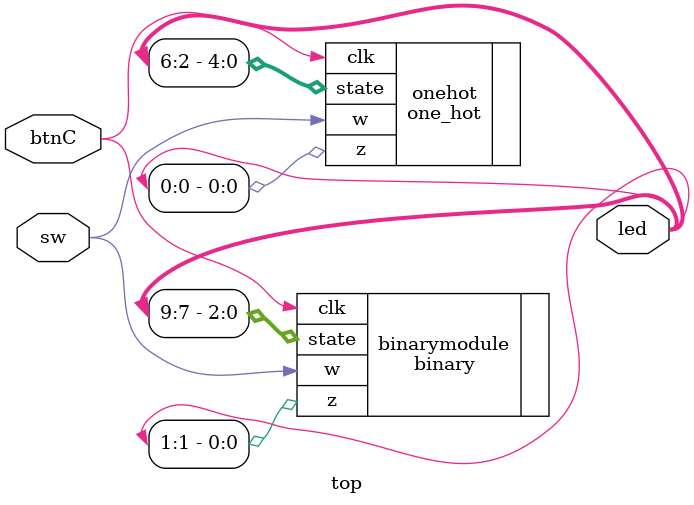
<source format=v>

module top(
    input sw,
    output [9:0] led,
    input btnC

);


one_hot onehot(
    .w(sw),
    .clk(btnC),
    .z(led[0]),
    .state(led[6:2])
);


binary binarymodule(
    .w(sw),
    .clk(btnC),
    .z(led[1]),
    .state(led[9:7])
);
endmodule



</source>
